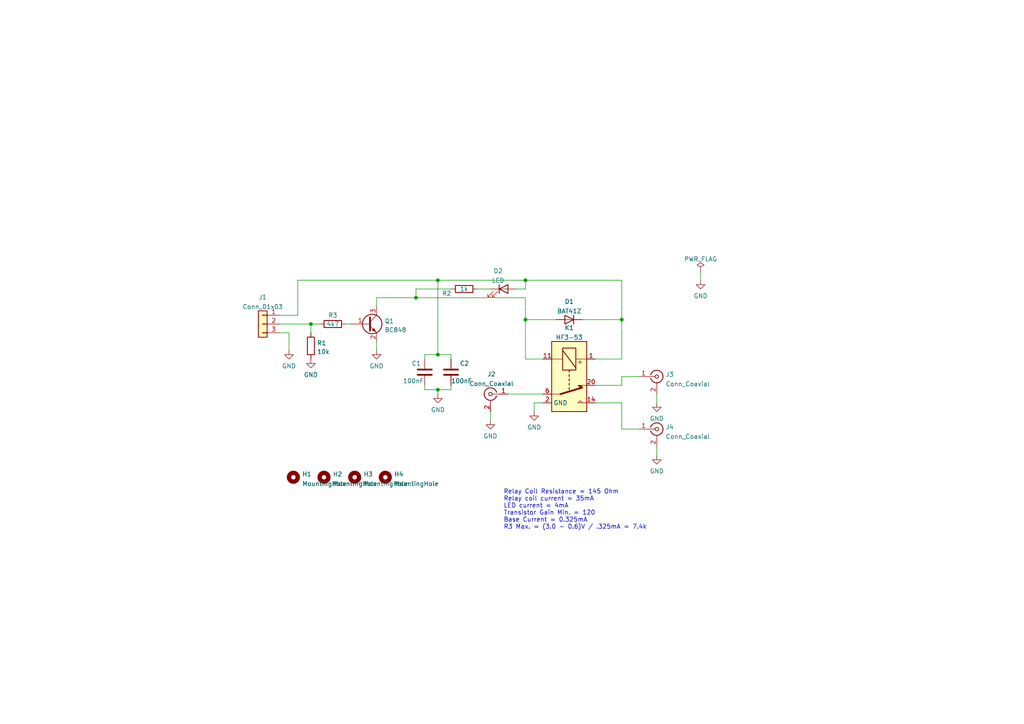
<source format=kicad_sch>
(kicad_sch (version 20211123) (generator eeschema)
  (paper "A4")
  (lib_symbols
    (symbol "Connector:Conn_Coaxial" (pin_names (offset 1.016) hide)
      (property "Reference" "J" (at 0.254 3.048 0))
      (property "Value" "Conn_Coaxial" (at 2.921 0 90))
      (symbol "Conn_Coaxial_0_1"
        (arc (start -1.778 -0.508) (mid 0.222 -1.808) (end 1.778 0) (stroke (width 0.254)))
        (polyline (pts (xy -2.54 0) (xy -0.508 0)))
        (polyline (pts (xy 0 -2.54) (xy 0 -1.778)))
        (circle (center 0 0) (radius 0.508) (stroke (width 0.2032)))
        (arc (start 1.778 0) (mid 0.222 1.8083) (end -1.778 0.508) (stroke (width 0.254)))
      )
      (symbol "Conn_Coaxial_1_1"
        (pin passive line (at -5.08 0 0) (length 2.54) (name "In") (number "1"))
        (pin passive line (at 0 -5.08 90) (length 2.54) (name "Ext") (number "2"))
      )
    )
    (symbol "Connector_Generic:Conn_01x03" (pin_names (offset 1.016) hide)
      (property "Reference" "J" (at 0 5.08 0))
      (property "Value" "Conn_01x03" (at 0 -5.08 0))
      (symbol "Conn_01x03_1_1"
        (rectangle (start -1.27 -2.413) (end 0 -2.667) (stroke (width 0.1524)))
        (rectangle (start -1.27 0.127) (end 0 -0.127) (stroke (width 0.1524)))
        (rectangle (start -1.27 2.667) (end 0 2.413) (stroke (width 0.1524)))
        (rectangle (start -1.27 3.81) (end 1.27 -3.81) (stroke (width 0.254)) (fill (type background)))
        (pin passive line (at -5.08 2.54 0) (length 3.81) (name "Pin_1") (number "1"))
        (pin passive line (at -5.08 0 0) (length 3.81) (name "Pin_2") (number "2"))
        (pin passive line (at -5.08 -2.54 0) (length 3.81) (name "Pin_3") (number "3"))
      )
    )
    (symbol "Device:C" (pin_numbers hide) (pin_names (offset 0.254))
      (property "Reference" "C" (at 0.635 2.54 0))
      (property "Value" "C" (at 0.635 -2.54 0))
      (symbol "C_0_1"
        (polyline (pts (xy -2.032 -0.762) (xy 2.032 -0.762)) (stroke (width 0.508)))
        (polyline (pts (xy -2.032 0.762) (xy 2.032 0.762)) (stroke (width 0.508)))
      )
      (symbol "C_1_1"
        (pin passive line (at 0 3.81 270) (length 2.794) (name "~") (number "1"))
        (pin passive line (at 0 -3.81 90) (length 2.794) (name "~") (number "2"))
      )
    )
    (symbol "Device:LED" (pin_numbers hide) (pin_names (offset 1.016) hide)
      (property "Reference" "D" (at 0 2.54 0))
      (property "Value" "LED" (at 0 -2.54 0))
      (symbol "LED_0_1"
        (polyline (pts (xy -1.27 -1.27) (xy -1.27 1.27)) (stroke (width 0.254)))
        (polyline (pts (xy -1.27 0) (xy 1.27 0)))
        (polyline (pts (xy 1.27 -1.27) (xy 1.27 1.27) (xy -1.27 0) (xy 1.27 -1.27)) (stroke (width 0.254)))
        (polyline (pts (xy -3.048 -0.762) (xy -4.572 -2.286) (xy -3.81 -2.286) (xy -4.572 -2.286) (xy -4.572 -1.524)))
        (polyline (pts (xy -1.778 -0.762) (xy -3.302 -2.286) (xy -2.54 -2.286) (xy -3.302 -2.286) (xy -3.302 -1.524)))
      )
      (symbol "LED_1_1"
        (pin passive line (at -3.81 0 0) (length 2.54) (name "K") (number "1"))
        (pin passive line (at 3.81 0 180) (length 2.54) (name "A") (number "2"))
      )
    )
    (symbol "Device:R" (pin_numbers hide) (pin_names (offset 0))
      (property "Reference" "R" (at 2.032 0 90))
      (property "Value" "R" (at 0 0 90))
      (symbol "R_0_1"
        (rectangle (start -1.016 -2.54) (end 1.016 2.54) (stroke (width 0.254)))
      )
      (symbol "R_1_1"
        (pin passive line (at 0 3.81 270) (length 1.27) (name "~") (number "1"))
        (pin passive line (at 0 -3.81 90) (length 1.27) (name "~") (number "2"))
      )
    )
    (symbol "Diode:1N4001" (pin_numbers hide) (pin_names (offset 1.016) hide)
      (property "Reference" "D" (at 0 2.54 0))
      (property "Value" "1N4001" (at 0 -2.54 0))
      (symbol "1N4001_0_1"
        (polyline (pts (xy -1.27 1.27) (xy -1.27 -1.27)) (stroke (width 0.254)))
        (polyline (pts (xy 1.27 0) (xy -1.27 0)))
        (polyline (pts (xy 1.27 1.27) (xy 1.27 -1.27) (xy -1.27 0) (xy 1.27 1.27)) (stroke (width 0.254)))
      )
      (symbol "1N4001_1_1"
        (pin passive line (at -3.81 0 0) (length 2.54) (name "K") (number "1"))
        (pin passive line (at 3.81 0 180) (length 2.54) (name "A") (number "2"))
      )
    )
    (symbol "Mechanical:MountingHole" (pin_names (offset 1.016))
      (property "Reference" "H" (at 0 5.08 0))
      (property "Value" "MountingHole" (at 0 3.175 0))
      (symbol "MountingHole_0_1"
        (circle (center 0 0) (radius 1.27) (stroke (width 1.27)))
      )
    )
    (symbol "Relay:HF3-53"
      (property "Reference" "K" (at 11.43 3.81 0))
      (property "Value" "HF3-53" (at 11.43 1.27 0))
      (symbol "HF3-53_0_0"
        (polyline (pts (xy 7.62 5.08) (xy 7.62 2.54) (xy 6.985 3.175) (xy 7.62 3.81)))
        (text "+" (at -4.191 3.048 0) (effects (font (size 1.27 1.27))))
      )
      (symbol "HF3-53_0_1"
        (rectangle (start -10.16 5.08) (end 10.16 -5.08) (stroke (width 0.254)) (fill (type background)))
        (rectangle (start -8.255 1.905) (end -1.905 -1.905) (stroke (width 0.254)))
        (polyline (pts (xy -7.62 -1.905) (xy -2.54 1.905)) (stroke (width 0.254)))
        (polyline (pts (xy -5.08 -5.08) (xy -5.08 -1.905)))
        (polyline (pts (xy -5.08 5.08) (xy -5.08 1.905)))
        (polyline (pts (xy -1.905 0) (xy -1.27 0)) (stroke (width 0.254)))
        (polyline (pts (xy -0.635 0) (xy 0 0)) (stroke (width 0.254)))
        (polyline (pts (xy 0.635 0) (xy 1.27 0)) (stroke (width 0.254)))
        (polyline (pts (xy 1.905 0) (xy 2.54 0)) (stroke (width 0.254)))
        (polyline (pts (xy 3.175 0) (xy 3.81 0)) (stroke (width 0.254)))
        (polyline (pts (xy 5.08 -2.54) (xy 3.175 3.81)) (stroke (width 0.508)))
        (polyline (pts (xy 5.08 -2.54) (xy 5.08 -5.08)))
        (polyline (pts (xy 2.54 5.08) (xy 2.54 2.54) (xy 3.175 3.175) (xy 2.54 3.81)) (fill (type outline)))
      )
      (symbol "HF3-53_1_1"
        (pin passive line (at -5.08 7.62 270) (length 2.54) (name "~") (number "1"))
        (pin passive line (at 7.62 -7.62 90) (length 2.54) hide (name "GND") (number "10"))
        (pin passive line (at -5.08 -7.62 90) (length 2.54) (name "~") (number "11"))
        (pin passive line (at 7.62 -7.62 90) (length 2.54) hide (name "GND") (number "12"))
        (pin passive line (at 7.62 -7.62 90) (length 2.54) hide (name "GND") (number "13"))
        (pin passive line (at 7.62 7.62 270) (length 2.54) (name "~") (number "14"))
        (pin passive line (at 7.62 -7.62 90) (length 2.54) hide (name "GND") (number "15"))
        (pin passive line (at 7.62 -7.62 90) (length 2.54) hide (name "GND") (number "17"))
        (pin passive line (at 7.62 -7.62 90) (length 2.54) hide (name "GND") (number "19"))
        (pin power_in line (at 7.62 -7.62 90) (length 2.54) (name "GND") (number "2"))
        (pin passive line (at 2.54 7.62 270) (length 2.54) (name "~") (number "20"))
        (pin passive line (at 7.62 -7.62 90) (length 2.54) hide (name "GND") (number "21"))
        (pin passive line (at 7.62 -7.62 90) (length 2.54) hide (name "GND") (number "22"))
        (pin passive line (at 7.62 -7.62 90) (length 2.54) hide (name "GND") (number "5"))
        (pin passive line (at 5.08 -7.62 90) (length 2.54) (name "~") (number "6"))
        (pin passive line (at 7.62 -7.62 90) (length 2.54) hide (name "GND") (number "7"))
      )
    )
    (symbol "Transistor_BJT:BC817" (pin_names (offset 0) hide)
      (property "Reference" "Q" (at 5.08 1.905 0))
      (property "Value" "BC817" (at 5.08 0 0))
      (symbol "BC817_0_1"
        (polyline (pts (xy 0.635 0.635) (xy 2.54 2.54)))
        (polyline (pts (xy 0.635 -0.635) (xy 2.54 -2.54) (xy 2.54 -2.54)))
        (polyline (pts (xy 0.635 1.905) (xy 0.635 -1.905) (xy 0.635 -1.905)) (stroke (width 0.508)))
        (polyline (pts (xy 1.27 -1.778) (xy 1.778 -1.27) (xy 2.286 -2.286) (xy 1.27 -1.778) (xy 1.27 -1.778)) (fill (type outline)))
        (circle (center 1.27 0) (radius 2.8194) (stroke (width 0.254)))
      )
      (symbol "BC817_1_1"
        (pin input line (at -5.08 0 0) (length 5.715) (name "B") (number "1"))
        (pin passive line (at 2.54 -5.08 90) (length 2.54) (name "E") (number "2"))
        (pin passive line (at 2.54 5.08 270) (length 2.54) (name "C") (number "3"))
      )
    )
    (symbol "power:GND" (power) (pin_names (offset 0))
      (property "Value" "GND" (at 0 -3.81 0))
      (symbol "GND_0_1"
        (polyline (pts (xy 0 0) (xy 0 -1.27) (xy 1.27 -1.27) (xy 0 -2.54) (xy -1.27 -1.27) (xy 0 -1.27)))
      )
      (symbol "GND_1_1"
        (pin power_in line (at 0 0 270) (length 0) hide (name "GND") (number "1"))
      )
    )
    (symbol "power:PWR_FLAG" (power) (pin_numbers hide) (pin_names (offset 0) hide)
      (property "Value" "PWR_FLAG" (at 0 3.81 0))
      (symbol "PWR_FLAG_0_0"
        (pin power_out line (at 0 0 90) (length 0) (name "pwr") (number "1"))
      )
      (symbol "PWR_FLAG_0_1"
        (polyline (pts (xy 0 0) (xy 0 1.27) (xy -1.016 1.905) (xy 0 2.54) (xy 1.016 1.905) (xy 0 1.27)))
      )
    )
  )
  (junction (at 90.17 93.98))
  (junction (at 127 102.87))
  (junction (at 152.4 81.28))
  (junction (at 152.4 92.71))
  (junction (at 120.65 86.36))
  (junction (at 127 81.28))
  (junction (at 180.34 92.71))
  (junction (at 127 113.03))
  (wire (pts (xy 127 81.28) (xy 127 102.87)))
  (wire (pts (xy 123.19 113.03) (xy 127 113.03)))
  (wire (pts (xy 180.34 116.84) (xy 180.34 124.46)))
  (wire (pts (xy 149.86 83.82) (xy 152.4 83.82)))
  (wire (pts (xy 120.65 83.82) (xy 120.65 86.36)))
  (wire (pts (xy 154.94 116.84) (xy 154.94 119.38)))
  (wire (pts (xy 120.65 86.36) (xy 152.4 86.36)))
  (wire (pts (xy 127 102.87) (xy 123.19 102.87)))
  (wire (pts (xy 138.43 83.82) (xy 142.24 83.82)))
  (wire (pts (xy 83.82 96.52) (xy 83.82 101.6)))
  (wire (pts (xy 168.91 92.71) (xy 180.34 92.71)))
  (wire (pts (xy 180.34 81.28) (xy 180.34 92.71)))
  (wire (pts (xy 123.19 104.14) (xy 123.19 102.87)))
  (wire (pts (xy 86.36 81.28) (xy 86.36 91.44)))
  (wire (pts (xy 203.2 78.74) (xy 203.2 81.28)))
  (wire (pts (xy 100.33 93.98) (xy 101.6 93.98)))
  (wire (pts (xy 172.72 111.76) (xy 180.34 111.76)))
  (wire (pts (xy 130.81 113.03) (xy 130.81 111.76)))
  (wire (pts (xy 172.72 104.14) (xy 180.34 104.14)))
  (wire (pts (xy 152.4 81.28) (xy 180.34 81.28)))
  (wire (pts (xy 123.19 111.76) (xy 123.19 113.03)))
  (wire (pts (xy 152.4 86.36) (xy 152.4 92.71)))
  (wire (pts (xy 109.22 88.9) (xy 109.22 86.36)))
  (wire (pts (xy 180.34 92.71) (xy 180.34 104.14)))
  (wire (pts (xy 130.81 83.82) (xy 120.65 83.82)))
  (wire (pts (xy 109.22 86.36) (xy 120.65 86.36)))
  (wire (pts (xy 180.34 124.46) (xy 185.42 124.46)))
  (wire (pts (xy 152.4 81.28) (xy 152.4 83.82)))
  (wire (pts (xy 147.32 114.3) (xy 157.48 114.3)))
  (wire (pts (xy 152.4 92.71) (xy 161.29 92.71)))
  (wire (pts (xy 127 113.03) (xy 127 114.3)))
  (wire (pts (xy 90.17 93.98) (xy 92.71 93.98)))
  (wire (pts (xy 172.72 116.84) (xy 180.34 116.84)))
  (wire (pts (xy 142.24 119.38) (xy 142.24 121.92)))
  (wire (pts (xy 109.22 99.06) (xy 109.22 101.6)))
  (wire (pts (xy 127 113.03) (xy 130.81 113.03)))
  (wire (pts (xy 86.36 91.44) (xy 81.28 91.44)))
  (wire (pts (xy 180.34 109.22) (xy 185.42 109.22)))
  (wire (pts (xy 130.81 102.87) (xy 127 102.87)))
  (wire (pts (xy 90.17 93.98) (xy 90.17 96.52)))
  (wire (pts (xy 152.4 92.71) (xy 152.4 104.14)))
  (wire (pts (xy 180.34 111.76) (xy 180.34 109.22)))
  (wire (pts (xy 81.28 93.98) (xy 90.17 93.98)))
  (wire (pts (xy 152.4 104.14) (xy 157.48 104.14)))
  (wire (pts (xy 157.48 116.84) (xy 154.94 116.84)))
  (wire (pts (xy 190.5 129.54) (xy 190.5 132.08)))
  (wire (pts (xy 190.5 114.3) (xy 190.5 116.84)))
  (wire (pts (xy 130.81 104.14) (xy 130.81 102.87)))
  (wire (pts (xy 81.28 96.52) (xy 83.82 96.52)))
  (wire (pts (xy 86.36 81.28) (xy 127 81.28)))
  (wire (pts (xy 127 81.28) (xy 152.4 81.28)))
  (text "Relay Coil Resistance = 145 Ohm\nRelay coil current = 35mA\nLED current = 4mA\nTransistor Gain Min. = 120\nBase Current = 0.325mA\nR3 Max. = (3.0 - 0.6)V / .325mA = 7.4k" (at 146.05 153.67 0) (effects (font (size 1.27 1.27)) (justify left bottom)))
  (symbol (lib_id "power:GND") (at 90.17 104.14 0) (unit 1)
    (property "Reference" "#PWR0101" (effects hide))
    (property "Value" "GND" (at 90.17 108.7025 0))
  )
  (symbol (lib_id "power:GND") (at 127 114.3 0) (unit 1)
    (property "Reference" "#PWR07" (effects hide))
    (property "Value" "GND" (at 127 118.8625 0))
  )
  (symbol (lib_id "Mechanical:MountingHole") (at 85.09 138.43 0) (unit 1)
    (property "Reference" "H1" (at 87.63 137.5215 0) (effects (justify left)))
    (property "Value" "MountingHole" (at 87.63 140.2966 0) (effects (justify left)))
    (property "Footprint" "MountingHole:MountingHole_2.7mm_M2.5_DIN965" (effects hide))
  )
  (symbol (lib_id "Device:C") (at 123.19 107.95 0) (unit 1)
    (property "Reference" "C1" (at 119.38 105.41 0) (effects (justify left)))
    (property "Value" "100nF" (at 116.84 110.49 0) (effects (justify left)))
    (property "Footprint" "Capacitor_SMD:C_0603_1608Metric" (effects hide))
  )
  (symbol (lib_id "power:GND") (at 83.82 101.6 0) (unit 1)
    (property "Reference" "#PWR01" (effects hide))
    (property "Value" "GND" (at 83.82 106.1625 0))
  )
  (symbol (lib_id "Diode:1N4001") (at 165.1 92.71 180) (unit 1)
    (property "Reference" "D1" (at 165.1 87.4735 0))
    (property "Value" "BAT41Z" (at 165.1 90.2486 0))
    (property "Footprint" "Diode_SMD:D_SOD-123" (effects hide))
    (property "Datasheet" "http://www.vishay.com/docs/88503/1n4001.pdf" (effects hide))
  )
  (symbol (lib_id "Relay:HF3-53") (at 165.1 109.22 270) (unit 1)
    (property "Reference" "K1" (at 165.1 95.0935 90))
    (property "Value" "HF3-53" (at 165.1 97.8686 90))
    (property "Footprint" "Relay_SMD:Relay_SPDT_AXICOM_HF3Series_50ohms_Pitch1.27mm" (effects hide))
    (property "Datasheet" "http://hiqsdr.com/images/3/3e/Axicom-HF3.pdf" (effects hide))
  )
  (symbol (lib_id "Device:LED") (at 146.05 83.82 0) (unit 1)
    (property "Reference" "D2" (at 144.4625 78.5835 0))
    (property "Value" "LED" (at 144.4625 81.3586 0))
    (property "Footprint" "LED_SMD:LED_0603_1608Metric" (effects hide))
  )
  (symbol (lib_id "Connector:Conn_Coaxial") (at 190.5 109.22 0) (unit 1)
    (property "Reference" "J3" (at 193.04 108.6047 0) (effects (justify left)))
    (property "Value" "Conn_Coaxial" (at 193.04 111.3798 0) (effects (justify left)))
    (property "Footprint" "Connector_Coaxial:SMA_Samtec_SMA-J-P-X-ST-EM1_EdgeMount" (effects hide))
    (property "Datasheet" " ~" (effects hide))
  )
  (symbol (lib_id "power:GND") (at 142.24 121.92 0) (unit 1)
    (property "Reference" "#PWR05" (effects hide))
    (property "Value" "GND" (at 142.24 126.4825 0))
  )
  (symbol (lib_id "Connector_Generic:Conn_01x03") (at 76.2 93.98 0) (mirror y) (unit 1)
    (property "Reference" "J1" (at 76.2 86.2035 0))
    (property "Value" "Conn_01x03" (at 76.2 88.9786 0))
    (property "Footprint" "Connector_JST:JST_PH_B3B-PH-SM4-TB_1x03-1MP_P2.00mm_Vertical" (effects hide))
  )
  (symbol (lib_id "Device:R") (at 134.62 83.82 90) (unit 1)
    (property "Reference" "R2" (at 129.54 85.09 90))
    (property "Value" "1k" (at 134.62 83.82 90))
    (property "Footprint" "Resistor_SMD:R_0603_1608Metric" (effects hide))
  )
  (symbol (lib_id "power:GND") (at 190.5 116.84 0) (unit 1)
    (property "Reference" "#PWR08" (effects hide))
    (property "Value" "GND" (at 190.5 121.4025 0))
  )
  (symbol (lib_id "Connector:Conn_Coaxial") (at 142.24 114.3 0) (mirror y) (unit 1)
    (property "Reference" "J2" (at 142.5574 108.5069 0))
    (property "Value" "Conn_Coaxial" (at 142.5574 111.282 0))
    (property "Footprint" "Connector_Coaxial:SMA_Samtec_SMA-J-P-X-ST-EM1_EdgeMount" (effects hide))
    (property "Datasheet" " ~" (effects hide))
  )
  (symbol (lib_id "Device:R") (at 90.17 100.33 0) (unit 1)
    (property "Reference" "R1" (at 91.948 99.4953 0) (effects (justify left)))
    (property "Value" "10k" (at 91.948 102.0322 0) (effects (justify left)))
    (property "Footprint" "Resistor_SMD:R_0603_1608Metric" (effects hide))
  )
  (symbol (lib_id "power:GND") (at 203.2 81.28 0) (unit 1)
    (property "Reference" "#PWR0102" (effects hide))
    (property "Value" "GND" (at 203.2 85.8425 0))
  )
  (symbol (lib_id "Mechanical:MountingHole") (at 93.98 138.43 0) (unit 1)
    (property "Reference" "H2" (at 96.52 137.5215 0) (effects (justify left)))
    (property "Value" "MountingHole" (at 96.52 140.2966 0) (effects (justify left)))
    (property "Footprint" "MountingHole:MountingHole_2.7mm_M2.5_DIN965" (effects hide))
  )
  (symbol (lib_id "power:PWR_FLAG") (at 203.2 78.74 0) (unit 1)
    (property "Reference" "#FLG0101" (effects hide))
    (property "Value" "PWR_FLAG" (at 203.2 75.1355 0))
  )
  (symbol (lib_id "Mechanical:MountingHole") (at 102.87 138.43 0) (unit 1)
    (property "Reference" "H3" (at 105.41 137.5215 0) (effects (justify left)))
    (property "Value" "MountingHole" (at 105.41 140.2966 0) (effects (justify left)))
    (property "Footprint" "MountingHole:MountingHole_2.7mm_M2.5_DIN965" (effects hide))
  )
  (symbol (lib_id "power:GND") (at 154.94 119.38 0) (unit 1)
    (property "Reference" "#PWR06" (effects hide))
    (property "Value" "GND" (at 154.94 123.9425 0))
  )
  (symbol (lib_id "Transistor_BJT:BC817") (at 106.68 93.98 0) (unit 1)
    (property "Reference" "Q1" (at 111.5314 93.1453 0) (effects (justify left)))
    (property "Value" "BC848" (at 111.5314 95.6822 0) (effects (justify left)))
    (property "Footprint" "Package_TO_SOT_SMD:SOT-23" (effects hide))
    (property "Datasheet" "https://www.onsemi.com/pub/Collateral/BC818-D.pdf" (effects hide))
  )
  (symbol (lib_id "power:GND") (at 190.5 132.08 0) (unit 1)
    (property "Reference" "#PWR09" (effects hide))
    (property "Value" "GND" (at 190.5 136.6425 0))
  )
  (symbol (lib_id "Device:R") (at 96.52 93.98 90) (unit 1)
    (property "Reference" "R3" (at 96.52 91.44 90))
    (property "Value" "4k7" (at 96.52 93.98 90))
    (property "Footprint" "Resistor_SMD:R_0603_1608Metric" (effects hide))
  )
  (symbol (lib_id "power:GND") (at 109.22 101.6 0) (unit 1)
    (property "Reference" "#PWR04" (effects hide))
    (property "Value" "GND" (at 109.22 106.1625 0))
  )
  (symbol (lib_id "Device:C") (at 130.81 107.95 0) (unit 1)
    (property "Reference" "C2" (at 133.35 105.41 0) (effects (justify left)))
    (property "Value" "100nF" (at 130.81 110.49 0) (effects (justify left)))
    (property "Footprint" "Capacitor_SMD:C_0603_1608Metric" (effects hide))
  )
  (symbol (lib_id "Mechanical:MountingHole") (at 111.76 138.43 0) (unit 1)
    (property "Reference" "H4" (at 114.3 137.5215 0) (effects (justify left)))
    (property "Value" "MountingHole" (at 114.3 140.2966 0) (effects (justify left)))
    (property "Footprint" "MountingHole:MountingHole_2.7mm_M2.5_DIN965" (effects hide))
  )
  (symbol (lib_id "Connector:Conn_Coaxial") (at 190.5 124.46 0) (unit 1)
    (property "Reference" "J4" (at 193.04 123.8447 0) (effects (justify left)))
    (property "Value" "Conn_Coaxial" (at 193.04 126.6198 0) (effects (justify left)))
    (property "Footprint" "Connector_Coaxial:SMA_Samtec_SMA-J-P-X-ST-EM1_EdgeMount" (effects hide))
    (property "Datasheet" " ~" (effects hide))
  )
)
</source>
